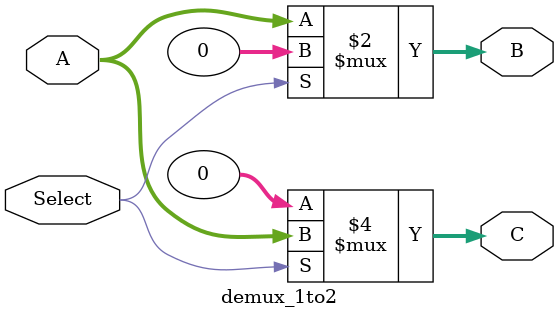
<source format=v>

module demux_1to2  #(
    parameter DATA_WIDTH =32
) (
    input wire [DATA_WIDTH-1:0] A,
    input wire Select,
    output wire [DATA_WIDTH-1:0] B,
    output wire [DATA_WIDTH-1:0] C
);

  assign B = (Select == 0)? A : 0;
  assign C = (Select == 1)? A : 0;


endmodule 


</source>
